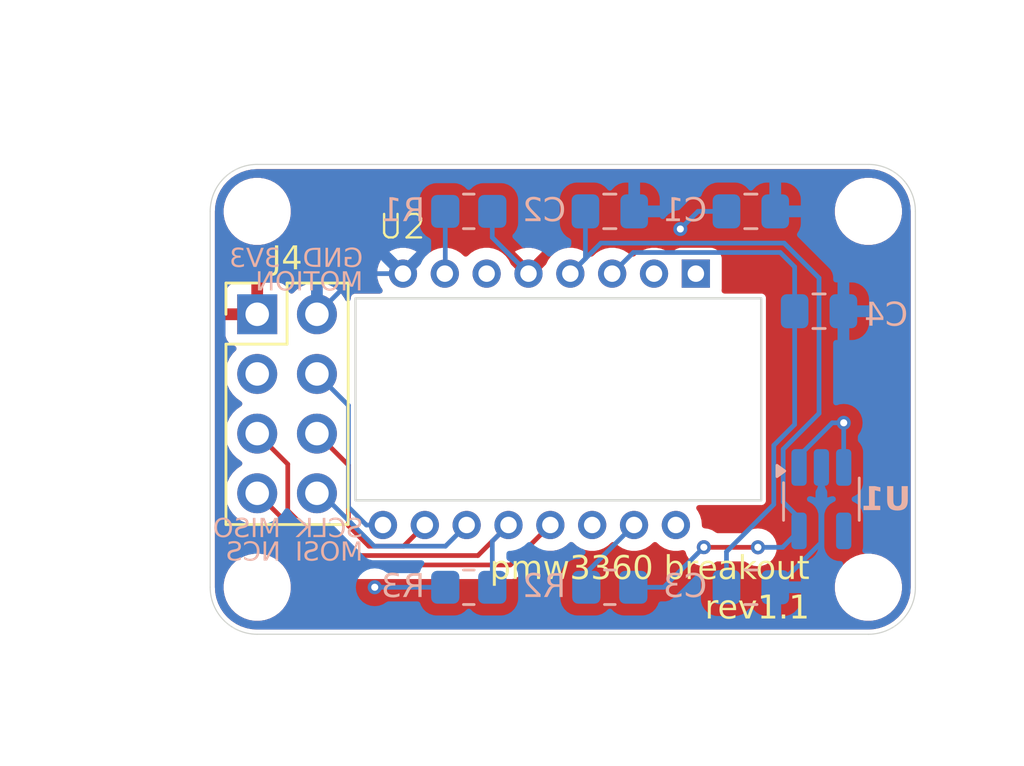
<source format=kicad_pcb>
(kicad_pcb (version 20240108) (generator "pcbnew") (generator_version "8.0")
  (layers (0 "F.Cu" signal) (31 "B.Cu" signal) (34 "B.Paste" user) (35 "F.Paste" user) (36 "B.SilkS" user "B.Silkscreen") (37 "F.SilkS" user "F.Silkscreen") (38 "B.Mask" user) (39 "F.Mask" user) (44 "Edge.Cuts" user))
  (net 0 "")
  (net 1 "GND")
  (net 2 "Net-(U2-VDDPIX)")
  (net 3 "+1V9")
  (net 4 "+3.3V")
  (net 5 "MOTION")
  (net 6 "NCS")
  (net 7 "SCLK")
  (net 8 "MISO")
  (net 9 "MOSI")
  (net 10 "Net-(U2-LED_P)")
  (net 17 "Net-(U2-NRESET)")
  (footprint "MountingHole:MountingHole_2.2mm_M2_DIN965" (layer "F.Cu") (at 160.69 88.5)
    (property "Reference" "H2" (hide yes))
    (property "Value" "MountingHole")
    (pad "" np_thru_hole circle (at 0 0) (size 2.2 2.2) (drill 2.2) (layers "*.Cu" "*.Mask"))
  )
  (footprint "Connector_PinHeader_2.54mm:PinHeader_2x04_P2.54mm_Vertical" (layer "F.Cu") (at 134.69 92.88)
    (property "Reference" "J4" (at 1.27 -2.33 0) (layer "F.SilkS"))
    (property "Value" "Conn_02x04_Odd_Even")
    (fp_line (start -1.33 -1.33) (end 0 -1.33) (stroke (width 0.12)) (layer "F.SilkS"))
    (fp_line (start -1.33 0) (end -1.33 -1.33) (stroke (width 0.12)) (layer "F.SilkS"))
    (fp_line (start -1.33 1.27) (end -1.33 8.95) (stroke (width 0.12)) (layer "F.SilkS"))
    (fp_line (start -1.33 1.27) (end 1.27 1.27) (stroke (width 0.12)) (layer "F.SilkS"))
    (fp_line (start -1.33 8.95) (end 3.87 8.95) (stroke (width 0.12)) (layer "F.SilkS"))
    (fp_line (start 1.27 -1.33) (end 3.87 -1.33) (stroke (width 0.12)) (layer "F.SilkS"))
    (fp_line (start 1.27 1.27) (end 1.27 -1.33) (stroke (width 0.12)) (layer "F.SilkS"))
    (fp_line (start 3.87 -1.33) (end 3.87 8.95) (stroke (width 0.12)) (layer "F.SilkS"))
    (pad "1" thru_hole rect (at 0 0) (size 1.7 1.7) (drill 1) (layers "*.Cu" "*.Mask") (net 4 "+3.3V"))
    (pad "2" thru_hole oval (at 2.54 0) (size 1.7 1.7) (drill 1) (layers "*.Cu" "*.Mask") (net 1 "GND"))
    (pad "3" thru_hole oval (at 0 2.54) (size 1.7 1.7) (drill 1) (layers "*.Cu" "*.Mask"))
    (pad "4" thru_hole oval (at 2.54 2.54) (size 1.7 1.7) (drill 1) (layers "*.Cu" "*.Mask") (net 5 "MOTION"))
    (pad "5" thru_hole oval (at 0 5.08) (size 1.7 1.7) (drill 1) (layers "*.Cu" "*.Mask") (net 8 "MISO"))
    (pad "6" thru_hole oval (at 2.54 5.08) (size 1.7 1.7) (drill 1) (layers "*.Cu" "*.Mask") (net 7 "SCLK"))
    (pad "7" thru_hole oval (at 0 7.62) (size 1.7 1.7) (drill 1) (layers "*.Cu" "*.Mask") (net 6 "NCS"))
    (pad "8" thru_hole oval (at 2.54 7.62) (size 1.7 1.7) (drill 1) (layers "*.Cu" "*.Mask") (net 9 "MOSI"))
  )
  (footprint "MountingHole:MountingHole_2.2mm_M2_DIN965" (layer "F.Cu") (at 160.69 104.5)
    (property "Reference" "H4" (hide yes))
    (property "Value" "MountingHole")
    (pad "" np_thru_hole circle (at 0 0) (size 2.2 2.2) (drill 2.2) (layers "*.Cu" "*.Mask"))
  )
  (footprint "sumi-footprints:PMW3360DM-T2QU" (layer "F.Cu") (at 153.35 91.15)
    (property "Reference" "U2" (at -12.5 -2 0) (layer "F.SilkS") (effects (font (thickness 0.1))))
    (property "Value" "PMW3360DM-T2QU")
    (fp_rect (start -14.48 1.05) (end 2.78 9.65) (stroke (width 0.1)) (fill none) (layer "Edge.Cuts"))
    (pad "1" thru_hole rect (at 0 0) (size 1.2 1.2) (drill 0.7) (layers "*.Cu" "*.Mask"))
    (pad "2" thru_hole circle (at -1.78 0) (size 1.2 1.2) (drill 0.7) (layers "*.Cu" "*.Mask"))
    (pad "3" thru_hole circle (at -3.56 0) (size 1.2 1.2) (drill 0.7) (layers "*.Cu" "*.Mask") (net 2 "Net-(U2-VDDPIX)"))
    (pad "4" thru_hole circle (at -5.34 0) (size 1.2 1.2) (drill 0.7) (layers "*.Cu" "*.Mask") (net 3 "+1V9"))
    (pad "5" thru_hole circle (at -7.12 0) (size 1.2 1.2) (drill 0.7) (layers "*.Cu" "*.Mask") (net 4 "+3.3V"))
    (pad "6" thru_hole circle (at -8.9 0) (size 1.2 1.2) (drill 0.7) (layers "*.Cu" "*.Mask"))
    (pad "7" thru_hole circle (at -10.68 0) (size 1.2 1.2) (drill 0.7) (layers "*.Cu" "*.Mask") (net 17 "Net-(U2-NRESET)"))
    (pad "8" thru_hole circle (at -12.46 0) (size 1.2 1.2) (drill 0.7) (layers "*.Cu" "*.Mask") (net 1 "GND"))
    (pad "9" thru_hole circle (at -13.31 10.7) (size 1.2 1.2) (drill 0.7) (layers "*.Cu" "*.Mask") (net 5 "MOTION"))
    (pad "10" thru_hole circle (at -11.53 10.7) (size 1.2 1.2) (drill 0.7) (layers "*.Cu" "*.Mask") (net 7 "SCLK"))
    (pad "11" thru_hole circle (at -9.75 10.7) (size 1.2 1.2) (drill 0.7) (layers "*.Cu" "*.Mask") (net 9 "MOSI"))
    (pad "12" thru_hole circle (at -7.97 10.7) (size 1.2 1.2) (drill 0.7) (layers "*.Cu" "*.Mask") (net 8 "MISO"))
    (pad "13" thru_hole circle (at -6.19 10.7) (size 1.2 1.2) (drill 0.7) (layers "*.Cu" "*.Mask") (net 6 "NCS"))
    (pad "14" thru_hole circle (at -4.41 10.7) (size 1.2 1.2) (drill 0.7) (layers "*.Cu" "*.Mask"))
    (pad "15" thru_hole circle (at -2.63 10.7) (size 1.2 1.2) (drill 0.7) (layers "*.Cu" "*.Mask") (net 10 "Net-(U2-LED_P)"))
    (pad "16" thru_hole circle (at -0.85 10.7) (size 1.2 1.2) (drill 0.7) (layers "*.Cu" "*.Mask"))
  )
  (footprint "MountingHole:MountingHole_2.2mm_M2_DIN965" (layer "F.Cu") (at 134.69 88.5)
    (property "Reference" "H1" (hide yes))
    (property "Value" "MountingHole")
    (pad "" np_thru_hole circle (at 0 0) (size 2.2 2.2) (drill 2.2) (layers "*.Cu" "*.Mask"))
  )
  (footprint "MountingHole:MountingHole_2.2mm_M2_DIN965" (layer "F.Cu") (at 134.69 104.5)
    (property "Reference" "H3" (hide yes))
    (property "Value" "MountingHole")
    (pad "" np_thru_hole circle (at 0 0) (size 2.2 2.2) (drill 2.2) (layers "*.Cu" "*.Mask"))
  )
  (footprint "Package_TO_SOT_SMD:SOT-23-5_HandSoldering" (layer "B.Cu") (at 158.69 100.75 -90)
    (property "Reference" "U1" (at 0.05 -2.75 0) (layer "B.SilkS") (effects (font (thickness 0.15) (bold yes)) (justify mirror)))
    (property "Value" "TLV70019_SOT23-5")
    (fp_line (start -0.7 1.61) (end 0.1 1.61) (stroke (width 0.12)) (layer "B.SilkS"))
    (fp_line (start 0.9 1.61) (end 0.1 1.61) (stroke (width 0.12)) (layer "B.SilkS"))
    (fp_line (start 0.9 -1.61) (end -0.9 -1.61) (stroke (width 0.12)) (layer "B.SilkS"))
    (fp_poly (pts (xy -1.2 1.56) (xy -1.44 1.89) (xy -0.96 1.89) (xy -1.2 1.56)) (stroke (width 0.12)) (fill solid) (layer "B.SilkS"))
    (pad "1" smd roundrect (at -1.35 0.95 270) (size 1.56 0.65) (layers "B.Cu" "B.Paste" "B.Mask") (net 4 "+3.3V"))
    (pad "2" smd roundrect (at -1.35 0 270) (size 1.56 0.65) (layers "B.Cu" "B.Paste" "B.Mask") (net 1 "GND"))
    (pad "3" smd roundrect (at -1.35 -0.95 270) (size 1.56 0.65) (layers "B.Cu" "B.Paste" "B.Mask") (net 4 "+3.3V"))
    (pad "4" smd roundrect (at 1.35 -0.95 270) (size 1.56 0.65) (layers "B.Cu" "B.Paste" "B.Mask"))
    (pad "5" smd roundrect (at 1.35 0.95 270) (size 1.56 0.65) (layers "B.Cu" "B.Paste" "B.Mask") (net 3 "+1V9"))
  )
  (footprint "Capacitor_SMD:C_0805_2012Metric_Pad1.18x1.45mm_HandSolder" (layer "B.Cu") (at 158.59 92.75)
    (property "Reference" "C4" (at 2.85 0.2 0) (layer "B.SilkS") (effects (font (thickness 0.1)) (justify mirror)))
    (property "Value" "0.1uF")
    (fp_line (start 0.261252 -0.735) (end -0.261252 -0.735) (stroke (width 0.12)) (layer "B.SilkS"))
    (fp_line (start 0.261252 0.735) (end -0.261252 0.735) (stroke (width 0.12)) (layer "B.SilkS"))
    (pad "1" smd roundrect (at -1.0375 0) (size 1.175 1.45) (layers "B.Cu" "B.Paste" "B.Mask") (roundrect_rratio 0.212766) (net 2 "Net-(U2-VDDPIX)"))
    (pad "2" smd roundrect (at 1.0375 0) (size 1.175 1.45) (layers "B.Cu" "B.Paste" "B.Mask") (roundrect_rratio 0.212766) (net 1 "GND"))
  )
  (footprint "Capacitor_SMD:C_0805_2012Metric_Pad1.18x1.45mm_HandSolder" (layer "B.Cu") (at 155.69 104.5)
    (property "Reference" "C3" (at -2.8 0 0) (layer "B.SilkS") (effects (justify mirror)))
    (property "Value" "4.7uF/10V")
    (fp_line (start 0.261252 -0.735) (end -0.261252 -0.735) (stroke (width 0.12)) (layer "B.SilkS"))
    (fp_line (start 0.261252 0.735) (end -0.261252 0.735) (stroke (width 0.12)) (layer "B.SilkS"))
    (pad "1" smd roundrect (at -1.0375 0) (size 1.175 1.45) (layers "B.Cu" "B.Paste" "B.Mask") (roundrect_rratio 0.212766) (net 2 "Net-(U2-VDDPIX)"))
    (pad "2" smd roundrect (at 1.0375 0) (size 1.175 1.45) (layers "B.Cu" "B.Paste" "B.Mask") (roundrect_rratio 0.212766) (net 1 "GND"))
  )
  (footprint "Capacitor_SMD:C_0805_2012Metric_Pad1.18x1.45mm_HandSolder" (layer "B.Cu") (at 155.69 88.5)
    (property "Reference" "C1" (at -2.8 0 0) (layer "B.SilkS") (effects (justify mirror)))
    (property "Value" "0.1uF")
    (fp_line (start 0.261252 -0.735) (end -0.261252 -0.735) (stroke (width 0.12)) (layer "B.SilkS"))
    (fp_line (start 0.261252 0.735) (end -0.261252 0.735) (stroke (width 0.12)) (layer "B.SilkS"))
    (pad "1" smd roundrect (at -1.0375 0) (size 1.175 1.45) (layers "B.Cu" "B.Paste" "B.Mask") (roundrect_rratio 0.212766) (net 4 "+3.3V"))
    (pad "2" smd roundrect (at 1.0375 0) (size 1.175 1.45) (layers "B.Cu" "B.Paste" "B.Mask") (roundrect_rratio 0.212766) (net 1 "GND"))
  )
  (footprint "Resistor_SMD:R_0805_2012Metric_Pad1.20x1.40mm_HandSolder" (layer "B.Cu") (at 143.69 104.5)
    (property "Reference" "R3" (at -2.8 0 0) (layer "B.SilkS") (effects (justify mirror)))
    (property "Value" "10k")
    (fp_line (start 0.227064 -0.735) (end -0.227064 -0.735) (stroke (width 0.12)) (layer "B.SilkS"))
    (fp_line (start 0.227064 0.735) (end -0.227064 0.735) (stroke (width 0.12)) (layer "B.SilkS"))
    (pad "1" smd roundrect (at -1 0) (size 1.2 1.4) (layers "B.Cu" "B.Paste" "B.Mask") (roundrect_rratio 0.208333) (net 4 "+3.3V"))
    (pad "2" smd roundrect (at 1 0) (size 1.2 1.4) (layers "B.Cu" "B.Paste" "B.Mask") (roundrect_rratio 0.208333) (net 8 "MISO"))
  )
  (footprint "Capacitor_SMD:C_0805_2012Metric_Pad1.18x1.45mm_HandSolder" (layer "B.Cu") (at 149.69 88.5)
    (property "Reference" "C2" (at -2.8 0 0) (layer "B.SilkS") (effects (justify mirror)))
    (property "Value" "1uF")
    (fp_line (start 0.261252 -0.735) (end -0.261252 -0.735) (stroke (width 0.12)) (layer "B.SilkS"))
    (fp_line (start 0.261252 0.735) (end -0.261252 0.735) (stroke (width 0.12)) (layer "B.SilkS"))
    (pad "1" smd roundrect (at -1.0375 0) (size 1.175 1.45) (layers "B.Cu" "B.Paste" "B.Mask") (roundrect_rratio 0.212766) (net 3 "+1V9"))
    (pad "2" smd roundrect (at 1.0375 0) (size 1.175 1.45) (layers "B.Cu" "B.Paste" "B.Mask") (roundrect_rratio 0.212766) (net 1 "GND"))
  )
  (footprint "Resistor_SMD:R_0805_2012Metric_Pad1.20x1.40mm_HandSolder" (layer "B.Cu") (at 143.69 88.5)
    (property "Reference" "R1" (at -2.8 0 0) (layer "B.SilkS") (effects (justify mirror)))
    (property "Value" "10k")
    (fp_line (start 0.227064 -0.735) (end -0.227064 -0.735) (stroke (width 0.12)) (layer "B.SilkS"))
    (fp_line (start 0.227064 0.735) (end -0.227064 0.735) (stroke (width 0.12)) (layer "B.SilkS"))
    (pad "1" smd roundrect (at -1 0) (size 1.2 1.4) (layers "B.Cu" "B.Paste" "B.Mask") (roundrect_rratio 0.208333) (net 17 "Net-(U2-NRESET)"))
    (pad "2" smd roundrect (at 1 0) (size 1.2 1.4) (layers "B.Cu" "B.Paste" "B.Mask") (roundrect_rratio 0.208333) (net 4 "+3.3V"))
  )
  (footprint "Resistor_SMD:R_0805_2012Metric_Pad1.20x1.40mm_HandSolder" (layer "B.Cu") (at 149.69 104.5 180)
    (property "Reference" "R2" (at 2.8 0 0) (layer "B.SilkS") (effects (justify mirror)))
    (property "Value" "39R")
    (fp_line (start 0.227064 0.735) (end -0.227064 0.735) (stroke (width 0.12)) (layer "B.SilkS"))
    (fp_line (start 0.227064 -0.735) (end -0.227064 -0.735) (stroke (width 0.12)) (layer "B.SilkS"))
    (pad "1" smd roundrect (at -1 0 180) (size 1.2 1.4) (layers "B.Cu" "B.Paste" "B.Mask") (roundrect_rratio 0.208333) (net 3 "+1V9"))
    (pad "2" smd roundrect (at 1 0 180) (size 1.2 1.4) (layers "B.Cu" "B.Paste" "B.Mask") (roundrect_rratio 0.208333) (net 10 "Net-(U2-LED_P)"))
  )
  (gr_line (start 132.69 104.5) (end 132.69 88.5) (stroke (width 0.05)) (layer "Edge.Cuts"))
  (gr_arc (start 162.69 104.5) (mid 162.104214 105.914214) (end 160.69 106.5) (stroke (width 0.05)) (layer "Edge.Cuts"))
  (gr_line (start 162.69 88.5) (end 162.69 104.5) (stroke (width 0.05)) (layer "Edge.Cuts"))
  (gr_line (start 134.69 86.5) (end 160.69 86.5) (stroke (width 0.05)) (layer "Edge.Cuts"))
  (gr_arc (start 132.69 88.5) (mid 133.275786 87.085786) (end 134.69 86.5) (stroke (width 0.05)) (layer "Edge.Cuts"))
  (gr_arc (start 134.69 106.5) (mid 133.275786 105.914214) (end 132.69 104.5) (stroke (width 0.05)) (layer "Edge.Cuts"))
  (gr_arc (start 160.69 86.5) (mid 162.104214 87.085786) (end 162.69 88.5) (stroke (width 0.05)) (layer "Edge.Cuts"))
  (gr_line (start 160.69 106.5) (end 134.69 106.5) (stroke (width 0.05)) (layer "Edge.Cuts"))
  (gr_text "GND" (at 139.19 91 -0) (layer "B.SilkS") (effects (font (size 0.8 0.8) (thickness 0.1)) (justify left bottom mirror)))
  (gr_text "MISO" (at 135.69 102.5 -0) (layer "B.SilkS") (effects (font (size 0.8 0.8) (thickness 0.1)) (justify left bottom mirror)))
  (gr_text "MOSI" (at 139.19 103.5 -0) (layer "B.SilkS") (effects (font (size 0.8 0.8) (thickness 0.1)) (justify left bottom mirror)))
  (gr_text "MOTION" (at 139.19 92 0) (layer "B.SilkS") (effects (font (size 0.8 0.8) (thickness 0.1)) (justify left bottom mirror)))
  (gr_text "3V3" (at 135.69 91 -0) (layer "B.SilkS") (effects (font (size 0.8 0.8) (thickness 0.1)) (justify left bottom mirror)))
  (gr_text "SCLK" (at 139.19 102.5 -0) (layer "B.SilkS") (effects (font (size 0.8 0.8) (thickness 0.1)) (justify left bottom mirror)))
  (gr_text "NCS" (at 135.69 103.5 -0) (layer "B.SilkS") (effects (font (size 0.8 0.8) (thickness 0.1)) (justify left bottom mirror)))
  (gr_text "pmw3360 breakout\nrev1.1" (at 158.19 106 0) (layer "F.SilkS") (effects (font (size 1 1) (thickness 0.1)) (justify right bottom)))
  (segment (start 158.69 99.4) (end 158.69 102.588576) (width 0.2) (layer "B.Cu") (net 1))
  (segment (start 156.778576 104.5) (end 156.7275 104.5) (width 0.2) (layer "B.Cu") (net 1))
  (segment (start 158.69 102.588576) (end 156.778576 104.5) (width 0.2) (layer "B.Cu") (net 1))
  (segment (start 138.96 91.15) (end 140.89 91.15) (width 0.2) (layer "B.Cu") (net 1))
  (segment (start 137.23 92.88) (end 138.96 91.15) (width 0.2) (layer "B.Cu") (net 1))
  (segment (start 157.5525 90.8625) (end 156.94 90.25) (width 0.2) (layer "B.Cu") (net 2))
  (segment (start 157.5525 92.75) (end 157.5525 90.8625) (width 0.2) (layer "B.Cu") (net 2))
  (segment (start 156.665 98.459314) (end 157.5525 97.571814) (width 0.2) (layer "B.Cu") (net 2))
  (segment (start 157.5525 97.571814) (end 157.5525 92.75) (width 0.2) (layer "B.Cu") (net 2))
  (segment (start 154.6525 104.5) (end 154.6525 102.9875) (width 0.2) (layer "B.Cu") (net 2))
  (segment (start 154.6525 102.9875) (end 156.665 100.975) (width 0.2) (layer "B.Cu") (net 2))
  (segment (start 156.94 90.25) (end 150.69 90.25) (width 0.2) (layer "B.Cu") (net 2))
  (segment (start 156.665 100.975) (end 156.665 98.459314) (width 0.2) (layer "B.Cu") (net 2))
  (segment (start 150.69 90.25) (end 149.79 91.15) (width 0.2) (layer "B.Cu") (net 2))
  (segment (start 153.69 102.795028) (end 153.694972 102.8) (width 0.2) (layer "F.Cu") (net 3))
  (segment (start 153.694972 102.8) (end 155.99 102.8) (width 0.2) (layer "F.Cu") (net 3))
  (via (at 153.69 102.795028) (size 0.6) (drill 0.3) (layers "F.Cu" "B.Cu") (net 3))
  (via (at 155.99 102.8) (size 0.6) (drill 0.3) (layers "F.Cu" "B.Cu") (net 3))
  (segment (start 157.74 101.55) (end 157.74 102.1) (width 0.2) (layer "B.Cu") (net 3))
  (segment (start 158.59 91.334314) (end 158.59 97.1) (width 0.2) (layer "B.Cu") (net 3))
  (segment (start 157.065 100.875) (end 157.74 101.55) (width 0.2) (layer "B.Cu") (net 3))
  (segment (start 150.69 104) (end 150.72 103.97) (width 0.2) (layer "B.Cu") (net 3))
  (segment (start 151.985028 104.5) (end 150.69 104.5) (width 0.2) (layer "B.Cu") (net 3))
  (segment (start 157.74 102.1) (end 157.04 102.8) (width 0.2) (layer "B.Cu") (net 3))
  (segment (start 150.69 104.5) (end 150.69 104) (width 0.2) (layer "B.Cu") (net 3))
  (segment (start 148.01 91.15) (end 148.6525 90.5075) (width 0.2) (layer "B.Cu") (net 3))
  (segment (start 157.065 98.625) (end 157.065 100.875) (width 0.2) (layer "B.Cu") (net 3))
  (segment (start 158.59 97.1) (end 157.065 98.625) (width 0.2) (layer "B.Cu") (net 3))
  (segment (start 149.31 89.85) (end 157.105686 89.85) (width 0.2) (layer "B.Cu") (net 3))
  (segment (start 148.6525 90.5075) (end 148.6525 88.5) (width 0.2) (layer "B.Cu") (net 3))
  (segment (start 157.04 102.8) (end 155.99 102.8) (width 0.2) (layer "B.Cu") (net 3))
  (segment (start 157.105686 89.85) (end 158.59 91.334314) (width 0.2) (layer "B.Cu") (net 3))
  (segment (start 153.69 102.795028) (end 151.985028 104.5) (width 0.2) (layer "B.Cu") (net 3))
  (segment (start 148.01 91.15) (end 149.31 89.85) (width 0.2) (layer "B.Cu") (net 3))
  (via (at 152.69 89.25) (size 0.6) (drill 0.3) (layers "F.Cu" "B.Cu") (net 4))
  (via (at 159.64 97.5) (size 0.6) (drill 0.3) (layers "F.Cu" "B.Cu") (net 4))
  (via (at 139.69 104.5) (size 0.6) (drill 0.3) (layers "F.Cu" "B.Cu") (net 4))
  (segment (start 159.64 97.5) (end 159.64 99.4) (width 0.2) (layer "B.Cu") (net 4))
  (segment (start 152.69 89.25) (end 153.44 88.5) (width 0.2) (layer "B.Cu") (net 4))
  (segment (start 157.74 98.911424) (end 157.74 99.4) (width 0.2) (layer "B.Cu") (net 4))
  (segment (start 144.69 88.5) (end 144.69 89.61) (width 0.2) (layer "B.Cu") (net 4))
  (segment (start 159.151424 97.5) (end 157.74 98.911424) (width 0.2) (layer "B.Cu") (net 4))
  (segment (start 139.69 104.5) (end 142.69 104.5) (width 0.2) (layer "B.Cu") (net 4))
  (segment (start 153.44 88.5) (end 154.6525 88.5) (width 0.2) (layer "B.Cu") (net 4))
  (segment (start 144.69 89.61) (end 146.23 91.15) (width 0.2) (layer "B.Cu") (net 4))
  (segment (start 159.64 97.5) (end 159.151424 97.5) (width 0.2) (layer "B.Cu") (net 4))
  (segment (start 138.57 96.76) (end 138.57 101.087107) (width 0.2) (layer "B.Cu") (net 5))
  (segment (start 137.23 95.42) (end 138.57 96.76) (width 0.2) (layer "B.Cu") (net 5))
  (segment (start 139.332893 101.85) (end 140.04 101.85) (width 0.2) (layer "B.Cu") (net 5))
  (segment (start 138.57 101.087107) (end 139.332893 101.85) (width 0.2) (layer "B.Cu") (net 5))
  (segment (start 137.74 103.55) (end 145.46 103.55) (width 0.2) (layer "F.Cu") (net 6))
  (segment (start 145.46 103.55) (end 147.16 101.85) (width 0.2) (layer "F.Cu") (net 6))
  (segment (start 134.69 100.5) (end 137.74 103.55) (width 0.2) (layer "F.Cu") (net 6))
  (segment (start 134.69 100.5) (end 134.15 100.5) (width 0.2) (layer "B.Cu") (net 6))
  (segment (start 139.44 102.75) (end 140.92 102.75) (width 0.2) (layer "F.Cu") (net 7))
  (segment (start 138.57 101.88) (end 139.44 102.75) (width 0.2) (layer "F.Cu") (net 7))
  (segment (start 137.23 97.96) (end 138.57 99.3) (width 0.2) (layer "F.Cu") (net 7))
  (segment (start 138.57 99.3) (end 138.57 101.88) (width 0.2) (layer "F.Cu") (net 7))
  (segment (start 140.92 102.75) (end 141.82 101.85) (width 0.2) (layer "F.Cu") (net 7))
  (segment (start 137.905686 103.15) (end 144.08 103.15) (width 0.2) (layer "F.Cu") (net 8))
  (segment (start 135.99 101.234314) (end 137.905686 103.15) (width 0.2) (layer "F.Cu") (net 8))
  (segment (start 134.69 97.96) (end 135.99 99.26) (width 0.2) (layer "F.Cu") (net 8))
  (segment (start 135.99 99.26) (end 135.99 101.234314) (width 0.2) (layer "F.Cu") (net 8))
  (segment (start 144.08 103.15) (end 145.38 101.85) (width 0.2) (layer "F.Cu") (net 8))
  (segment (start 144.69 104.5) (end 144.69 102.54) (width 0.2) (layer "B.Cu") (net 8))
  (segment (start 144.69 102.54) (end 145.38 101.85) (width 0.2) (layer "B.Cu") (net 8))
  (segment (start 137.23 100.5) (end 137.417207 100.5) (width 0.2) (layer "B.Cu") (net 9))
  (segment (start 139.667207 102.75) (end 142.7 102.75) (width 0.2) (layer "B.Cu") (net 9))
  (segment (start 142.7 102.75) (end 143.6 101.85) (width 0.2) (layer "B.Cu") (net 9))
  (segment (start 137.417207 100.5) (end 139.667207 102.75) (width 0.2) (layer "B.Cu") (net 9))
  (segment (start 148.69 103.88) (end 150.72 101.85) (width 0.2) (layer "B.Cu") (net 10))
  (segment (start 148.69 104.5) (end 148.69 103.88) (width 0.2) (layer "B.Cu") (net 10))
  (segment (start 142.69 91.13) (end 142.67 91.15) (width 0.2) (layer "B.Cu") (net 17))
  (segment (start 142.69 88.5) (end 142.69 91.13) (width 0.2) (layer "B.Cu") (net 17))
  (segment (start 142.67 91.02) (end 142.69 91) (width 0.2) (layer "B.Cu") (net 17))
  (segment (start 142.67 91.15) (end 142.67 91.02) (width 0.2) (layer "B.Cu") (net 17))
  (zone (net 4) (net_name "+3.3V") (layer "F.Cu") (priority 1) (connect_pads (clearance 0.5)) (min_thickness 0.25) (fill yes (thermal_gap 0.5) (thermal_bridge_width 0.5))
    (polygon (pts (xy 132.69 86.5) (xy 132.69 106.5) (xy 162.69 106.5) (xy 162.69 86.5)))
  )
  (zone (net 1) (net_name "GND") (layer "B.Cu") (connect_pads (clearance 0.5)) (min_thickness 0.25) (fill yes (thermal_gap 0.5) (thermal_bridge_width 0.5))
    (polygon (pts (xy 132.69 86.5) (xy 132.69 106.5) (xy 162.69 106.5) (xy 162.69 86.5)))
  )
)
</source>
